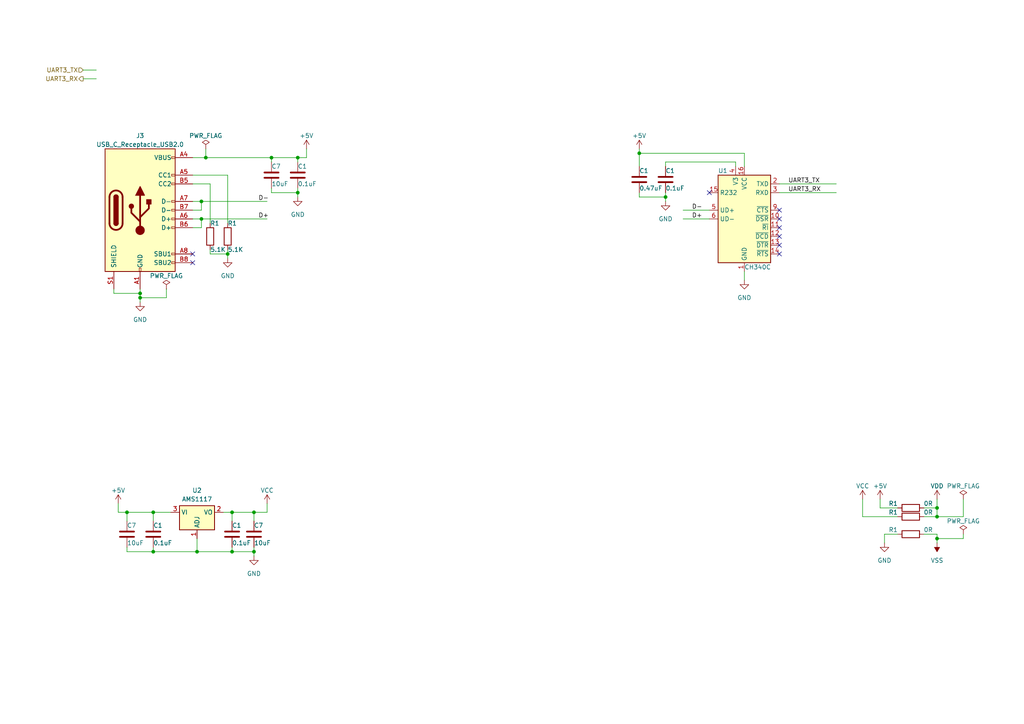
<source format=kicad_sch>
(kicad_sch (version 20230121) (generator eeschema)
  (paper "A4")
  (lib_symbols
    (symbol "Connector:USB_C_Receptacle_USB2.0" (pin_names (offset 1.016))
      (property "Reference" "J" (at -10.16 19.05 0))
      (property "Value" "USB_C_Receptacle_USB2.0" (at 19.05 19.05 0))
      (symbol "USB_C_Receptacle_USB2.0_0_0"
        (rectangle (start -0.254 -17.78) (end 0.254 -16.764))
        (rectangle (start 10.16 -14.986) (end 9.144 -15.494))
        (rectangle (start 10.16 -12.446) (end 9.144 -12.954))
        (rectangle (start 10.16 -4.826) (end 9.144 -5.334))
        (rectangle (start 10.16 -2.286) (end 9.144 -2.794))
        (rectangle (start 10.16 0.254) (end 9.144 -0.254))
        (rectangle (start 10.16 2.794) (end 9.144 2.286))
        (rectangle (start 10.16 7.874) (end 9.144 7.366))
        (rectangle (start 10.16 10.414) (end 9.144 9.906))
        (rectangle (start 10.16 15.494) (end 9.144 14.986))
      )
      (symbol "USB_C_Receptacle_USB2.0_0_1"
        (rectangle (start -10.16 17.78) (end 10.16 -17.78) (stroke (width 0.254)) (fill (type background)))
        (arc (start -8.89 -3.81) (mid -6.985 -5.7067) (end -5.08 -3.81) (stroke (width 0.508)))
        (arc (start -7.62 -3.81) (mid -6.985 -4.4423) (end -6.35 -3.81) (stroke (width 0.254)))
        (arc (start -7.62 -3.81) (mid -6.985 -4.4423) (end -6.35 -3.81) (stroke (width 0.254)) (fill (type outline)))
        (rectangle (start -7.62 -3.81) (end -6.35 3.81) (stroke (width 0.254)) (fill (type outline)))
        (arc (start -6.35 3.81) (mid -6.985 4.4423) (end -7.62 3.81) (stroke (width 0.254)))
        (arc (start -6.35 3.81) (mid -6.985 4.4423) (end -7.62 3.81) (stroke (width 0.254)) (fill (type outline)))
        (arc (start -5.08 3.81) (mid -6.985 5.7067) (end -8.89 3.81) (stroke (width 0.508)))
        (circle (center -2.54 1.143) (radius 0.635) (stroke (width 0.254)) (fill (type outline)))
        (circle (center 0 -5.842) (radius 1.27) (fill (type outline)))
        (polyline (pts (xy -8.89 -3.81) (xy -8.89 3.81)) (stroke (width 0.508)))
        (polyline (pts (xy -5.08 3.81) (xy -5.08 -3.81)) (stroke (width 0.508)))
        (polyline (pts (xy 0 -5.842) (xy 0 4.318)) (stroke (width 0.508)))
        (polyline (pts (xy 0 -3.302) (xy -2.54 -0.762) (xy -2.54 0.508)) (stroke (width 0.508)))
        (polyline (pts (xy 0 -2.032) (xy 2.54 0.508) (xy 2.54 1.778)) (stroke (width 0.508)))
        (polyline (pts (xy -1.27 4.318) (xy 0 6.858) (xy 1.27 4.318) (xy -1.27 4.318)) (stroke (width 0.254)) (fill (type outline)))
        (rectangle (start 1.905 1.778) (end 3.175 3.048) (stroke (width 0.254)) (fill (type outline)))
      )
      (symbol "USB_C_Receptacle_USB2.0_1_1"
        (pin passive line (at 0 -22.86 90) (length 5.08) (name "GND") (number "A1"))
        (pin passive line (at 0 -22.86 90) (length 5.08) hide (name "GND") (number "A12"))
        (pin passive line (at 15.24 15.24 180) (length 5.08) (name "VBUS") (number "A4"))
        (pin bidirectional line (at 15.24 10.16 180) (length 5.08) (name "CC1") (number "A5"))
        (pin bidirectional line (at 15.24 -2.54 180) (length 5.08) (name "D+") (number "A6"))
        (pin bidirectional line (at 15.24 2.54 180) (length 5.08) (name "D-") (number "A7"))
        (pin bidirectional line (at 15.24 -12.7 180) (length 5.08) (name "SBU1") (number "A8"))
        (pin passive line (at 15.24 15.24 180) (length 5.08) hide (name "VBUS") (number "A9"))
        (pin passive line (at 0 -22.86 90) (length 5.08) hide (name "GND") (number "B1"))
        (pin passive line (at 0 -22.86 90) (length 5.08) hide (name "GND") (number "B12"))
        (pin passive line (at 15.24 15.24 180) (length 5.08) hide (name "VBUS") (number "B4"))
        (pin bidirectional line (at 15.24 7.62 180) (length 5.08) (name "CC2") (number "B5"))
        (pin bidirectional line (at 15.24 -5.08 180) (length 5.08) (name "D+") (number "B6"))
        (pin bidirectional line (at 15.24 0 180) (length 5.08) (name "D-") (number "B7"))
        (pin bidirectional line (at 15.24 -15.24 180) (length 5.08) (name "SBU2") (number "B8"))
        (pin passive line (at 15.24 15.24 180) (length 5.08) hide (name "VBUS") (number "B9"))
        (pin passive line (at -7.62 -22.86 90) (length 5.08) (name "SHIELD") (number "S1"))
      )
    )
    (symbol "Device:C" (pin_numbers hide) (pin_names (offset 0.254))
      (property "Reference" "C" (at 0.635 2.54 0))
      (property "Value" "C" (at 0.635 -2.54 0))
      (symbol "C_0_1"
        (polyline (pts (xy -2.032 -0.762) (xy 2.032 -0.762)) (stroke (width 0.508)))
        (polyline (pts (xy -2.032 0.762) (xy 2.032 0.762)) (stroke (width 0.508)))
      )
      (symbol "C_1_1"
        (pin passive line (at 0 3.81 270) (length 2.794) (name "~") (number "1"))
        (pin passive line (at 0 -3.81 90) (length 2.794) (name "~") (number "2"))
      )
    )
    (symbol "Device:R" (pin_numbers hide) (pin_names (offset 0))
      (property "Reference" "R" (at 2.032 0 90))
      (property "Value" "R" (at 0 0 90))
      (symbol "R_0_1"
        (rectangle (start -1.016 -2.54) (end 1.016 2.54) (stroke (width 0.254)))
      )
      (symbol "R_1_1"
        (pin passive line (at 0 3.81 270) (length 1.27) (name "~") (number "1"))
        (pin passive line (at 0 -3.81 90) (length 1.27) (name "~") (number "2"))
      )
    )
    (symbol "Interface_USB:CH340C"
      (property "Reference" "U" (at -5.08 13.97 0))
      (property "Value" "CH340C" (at 1.27 13.97 0))
      (symbol "CH340C_0_1"
        (rectangle (start -7.62 12.7) (end 7.62 -12.7) (stroke (width 0.254)) (fill (type background)))
      )
      (symbol "CH340C_1_1"
        (pin power_in line (at 0 -15.24 90) (length 2.54) (name "GND") (number "1"))
        (pin input line (at 10.16 0 180) (length 2.54) (name "~{DSR}") (number "10"))
        (pin input line (at 10.16 -2.54 180) (length 2.54) (name "~{RI}") (number "11"))
        (pin input line (at 10.16 -5.08 180) (length 2.54) (name "~{DCD}") (number "12"))
        (pin output line (at 10.16 -7.62 180) (length 2.54) (name "~{DTR}") (number "13"))
        (pin output line (at 10.16 -10.16 180) (length 2.54) (name "~{RTS}") (number "14"))
        (pin input line (at -10.16 7.62 0) (length 2.54) (name "R232") (number "15"))
        (pin power_in line (at 0 15.24 270) (length 2.54) (name "VCC") (number "16"))
        (pin output line (at 10.16 10.16 180) (length 2.54) (name "TXD") (number "2"))
        (pin input line (at 10.16 7.62 180) (length 2.54) (name "RXD") (number "3"))
        (pin passive line (at -2.54 15.24 270) (length 2.54) (name "V3") (number "4"))
        (pin bidirectional line (at -10.16 2.54 0) (length 2.54) (name "UD+") (number "5"))
        (pin bidirectional line (at -10.16 0 0) (length 2.54) (name "UD-") (number "6"))
        (pin no_connect line (at -7.62 -7.62 0) (length 2.54) hide (name "NC") (number "7"))
        (pin no_connect line (at -7.62 -10.16 0) (length 2.54) hide (name "NC") (number "8"))
        (pin input line (at 10.16 2.54 180) (length 2.54) (name "~{CTS}") (number "9"))
      )
    )
    (symbol "PCM_4ms_Power-symbol:GND" (power) (pin_names (offset 0))
      (property "Value" "GND" (at 0 -3.81 0))
      (symbol "GND_0_1"
        (polyline (pts (xy 0 0) (xy 0 -1.27) (xy 1.27 -1.27) (xy 0 -2.54) (xy -1.27 -1.27) (xy 0 -1.27)))
      )
      (symbol "GND_1_1"
        (pin power_in line (at 0 0 270) (length 0) hide (name "GND") (number "1"))
      )
    )
    (symbol "Regulator_Linear:AMS1117"
      (property "Reference" "U" (at -3.81 3.175 0))
      (property "Value" "AMS1117" (at 0 3.175 0))
      (symbol "AMS1117_0_1"
        (rectangle (start -5.08 -5.08) (end 5.08 1.905) (stroke (width 0.254)) (fill (type background)))
      )
      (symbol "AMS1117_1_1"
        (pin input line (at 0 -7.62 90) (length 2.54) (name "ADJ") (number "1"))
        (pin power_out line (at 7.62 0 180) (length 2.54) (name "VO") (number "2"))
        (pin power_in line (at -7.62 0 0) (length 2.54) (name "VI") (number "3"))
      )
    )
    (symbol "power:+5V" (power) (pin_names (offset 0))
      (property "Value" "+5V" (at 0 3.556 0))
      (symbol "+5V_0_1"
        (polyline (pts (xy -0.762 1.27) (xy 0 2.54)))
        (polyline (pts (xy 0 0) (xy 0 2.54)))
        (polyline (pts (xy 0 2.54) (xy 0.762 1.27)))
      )
      (symbol "+5V_1_1"
        (pin power_in line (at 0 0 90) (length 0) hide (name "+5V") (number "1"))
      )
    )
    (symbol "power:PWR_FLAG" (power) (pin_numbers hide) (pin_names (offset 0) hide)
      (property "Value" "PWR_FLAG" (at 0 3.81 0))
      (symbol "PWR_FLAG_0_0"
        (pin power_out line (at 0 0 90) (length 0) (name "pwr") (number "1"))
      )
      (symbol "PWR_FLAG_0_1"
        (polyline (pts (xy 0 0) (xy 0 1.27) (xy -1.016 1.905) (xy 0 2.54) (xy 1.016 1.905) (xy 0 1.27)))
      )
    )
    (symbol "power:VCC" (power) (pin_names (offset 0))
      (property "Value" "VCC" (at 0 3.81 0))
      (symbol "VCC_0_1"
        (polyline (pts (xy -0.762 1.27) (xy 0 2.54)))
        (polyline (pts (xy 0 0) (xy 0 2.54)))
        (polyline (pts (xy 0 2.54) (xy 0.762 1.27)))
      )
      (symbol "VCC_1_1"
        (pin power_in line (at 0 0 90) (length 0) hide (name "VCC") (number "1"))
      )
    )
    (symbol "power:VDD" (power) (pin_names (offset 0))
      (property "Value" "VDD" (at 0 3.81 0))
      (symbol "VDD_0_1"
        (polyline (pts (xy -0.762 1.27) (xy 0 2.54)))
        (polyline (pts (xy 0 0) (xy 0 2.54)))
        (polyline (pts (xy 0 2.54) (xy 0.762 1.27)))
      )
      (symbol "VDD_1_1"
        (pin power_in line (at 0 0 90) (length 0) hide (name "VDD") (number "1"))
      )
    )
    (symbol "power:VSS" (power) (pin_names (offset 0))
      (property "Value" "VSS" (at 0 3.81 0))
      (symbol "VSS_0_1"
        (polyline (pts (xy 0 0) (xy 0 2.54)))
        (polyline (pts (xy 0.762 1.27) (xy -0.762 1.27) (xy 0 2.54) (xy 0.762 1.27)) (fill (type outline)))
      )
      (symbol "VSS_1_1"
        (pin power_in line (at 0 0 90) (length 0) hide (name "VSS") (number "1"))
      )
    )
  )
  (junction (at 67.31 148.59))
  (junction (at 271.78 147.32))
  (junction (at 40.64 85.09))
  (junction (at 44.45 160.02))
  (junction (at 73.66 148.59))
  (junction (at 193.04 57.15))
  (junction (at 78.74 45.72))
  (junction (at 185.42 44.45))
  (junction (at 271.78 156.21))
  (junction (at 57.15 160.02))
  (junction (at 66.04 73.66))
  (junction (at 40.64 86.36))
  (junction (at 86.36 45.72))
  (junction (at 86.36 55.88))
  (junction (at 58.42 63.5))
  (junction (at 58.42 58.42))
  (junction (at 73.66 160.02))
  (junction (at 271.78 149.86))
  (junction (at 44.45 148.59))
  (junction (at 59.69 45.72))
  (junction (at 36.83 148.59))
  (junction (at 67.31 160.02))
  (no_connect (at 226.06 68.58))
  (no_connect (at 226.06 66.04))
  (no_connect (at 226.06 71.12))
  (no_connect (at 55.88 76.2))
  (no_connect (at 55.88 73.66))
  (no_connect (at 226.06 73.66))
  (no_connect (at 205.74 55.88))
  (no_connect (at 226.06 60.96))
  (no_connect (at 226.06 63.5))
  (wire (pts (xy 73.66 158.75) (xy 73.66 160.02)))
  (wire (pts (xy 185.42 43.18) (xy 185.42 44.45)))
  (wire (pts (xy 271.78 144.78) (xy 271.78 147.32)))
  (wire (pts (xy 40.64 85.09) (xy 40.64 86.36)))
  (wire (pts (xy 66.04 73.66) (xy 66.04 74.93)))
  (wire (pts (xy 73.66 160.02) (xy 73.66 161.29)))
  (wire (pts (xy 185.42 44.45) (xy 185.42 48.26)))
  (wire (pts (xy 67.31 148.59) (xy 67.31 151.13)))
  (wire (pts (xy 73.66 151.13) (xy 73.66 148.59)))
  (wire (pts (xy 36.83 151.13) (xy 36.83 148.59)))
  (wire (pts (xy 271.78 154.94) (xy 271.78 156.21)))
  (wire (pts (xy 49.53 148.59) (xy 44.45 148.59)))
  (wire (pts (xy 78.74 55.88) (xy 86.36 55.88)))
  (wire (pts (xy 271.78 147.32) (xy 267.97 147.32)))
  (wire (pts (xy 271.78 156.21) (xy 271.78 157.48)))
  (wire (pts (xy 24.13 20.32) (xy 27.94 20.32)))
  (wire (pts (xy 48.26 86.36) (xy 40.64 86.36)))
  (wire (pts (xy 55.88 58.42) (xy 58.42 58.42)))
  (wire (pts (xy 185.42 44.45) (xy 215.9 44.45)))
  (wire (pts (xy 185.42 55.88) (xy 185.42 57.15)))
  (wire (pts (xy 77.47 148.59) (xy 73.66 148.59)))
  (wire (pts (xy 58.42 60.96) (xy 55.88 60.96)))
  (wire (pts (xy 36.83 160.02) (xy 44.45 160.02)))
  (wire (pts (xy 86.36 45.72) (xy 78.74 45.72)))
  (wire (pts (xy 58.42 66.04) (xy 55.88 66.04)))
  (wire (pts (xy 55.88 53.34) (xy 60.96 53.34)))
  (wire (pts (xy 267.97 149.86) (xy 271.78 149.86)))
  (wire (pts (xy 33.02 85.09) (xy 40.64 85.09)))
  (wire (pts (xy 279.4 156.21) (xy 271.78 156.21)))
  (wire (pts (xy 215.9 44.45) (xy 215.9 48.26)))
  (wire (pts (xy 250.19 144.78) (xy 250.19 149.86)))
  (wire (pts (xy 57.15 156.21) (xy 57.15 160.02)))
  (wire (pts (xy 213.36 48.26) (xy 213.36 46.99)))
  (wire (pts (xy 78.74 46.99) (xy 78.74 45.72)))
  (wire (pts (xy 78.74 54.61) (xy 78.74 55.88)))
  (wire (pts (xy 77.47 146.05) (xy 77.47 148.59)))
  (wire (pts (xy 271.78 149.86) (xy 271.78 147.32)))
  (wire (pts (xy 226.06 53.34) (xy 242.57 53.34)))
  (wire (pts (xy 67.31 158.75) (xy 67.31 160.02)))
  (wire (pts (xy 59.69 43.18) (xy 59.69 45.72)))
  (wire (pts (xy 193.04 55.88) (xy 193.04 57.15)))
  (wire (pts (xy 44.45 158.75) (xy 44.45 160.02)))
  (wire (pts (xy 88.9 43.18) (xy 88.9 45.72)))
  (wire (pts (xy 66.04 72.39) (xy 66.04 73.66)))
  (wire (pts (xy 86.36 46.99) (xy 86.36 45.72)))
  (wire (pts (xy 193.04 46.99) (xy 193.04 48.26)))
  (wire (pts (xy 193.04 57.15) (xy 193.04 58.42)))
  (wire (pts (xy 40.64 83.82) (xy 40.64 85.09)))
  (wire (pts (xy 58.42 63.5) (xy 58.42 66.04)))
  (wire (pts (xy 58.42 58.42) (xy 77.47 58.42)))
  (wire (pts (xy 64.77 148.59) (xy 67.31 148.59)))
  (wire (pts (xy 73.66 148.59) (xy 67.31 148.59)))
  (wire (pts (xy 40.64 86.36) (xy 40.64 87.63)))
  (wire (pts (xy 33.02 83.82) (xy 33.02 85.09)))
  (wire (pts (xy 44.45 148.59) (xy 44.45 151.13)))
  (wire (pts (xy 34.29 148.59) (xy 36.83 148.59)))
  (wire (pts (xy 55.88 63.5) (xy 58.42 63.5)))
  (wire (pts (xy 36.83 158.75) (xy 36.83 160.02)))
  (wire (pts (xy 78.74 45.72) (xy 59.69 45.72)))
  (wire (pts (xy 255.27 147.32) (xy 260.35 147.32)))
  (wire (pts (xy 58.42 58.42) (xy 58.42 60.96)))
  (wire (pts (xy 267.97 154.94) (xy 271.78 154.94)))
  (wire (pts (xy 279.4 149.86) (xy 271.78 149.86)))
  (wire (pts (xy 256.54 154.94) (xy 256.54 157.48)))
  (wire (pts (xy 57.15 160.02) (xy 67.31 160.02)))
  (wire (pts (xy 60.96 72.39) (xy 60.96 73.66)))
  (wire (pts (xy 48.26 83.82) (xy 48.26 86.36)))
  (wire (pts (xy 66.04 50.8) (xy 66.04 64.77)))
  (wire (pts (xy 255.27 144.78) (xy 255.27 147.32)))
  (wire (pts (xy 34.29 146.05) (xy 34.29 148.59)))
  (wire (pts (xy 58.42 63.5) (xy 77.47 63.5)))
  (wire (pts (xy 60.96 73.66) (xy 66.04 73.66)))
  (wire (pts (xy 59.69 45.72) (xy 55.88 45.72)))
  (wire (pts (xy 86.36 54.61) (xy 86.36 55.88)))
  (wire (pts (xy 24.13 22.86) (xy 27.94 22.86)))
  (wire (pts (xy 226.06 55.88) (xy 242.57 55.88)))
  (wire (pts (xy 213.36 46.99) (xy 193.04 46.99)))
  (wire (pts (xy 215.9 78.74) (xy 215.9 81.28)))
  (wire (pts (xy 86.36 55.88) (xy 86.36 57.15)))
  (wire (pts (xy 88.9 45.72) (xy 86.36 45.72)))
  (wire (pts (xy 55.88 50.8) (xy 66.04 50.8)))
  (wire (pts (xy 36.83 148.59) (xy 44.45 148.59)))
  (wire (pts (xy 44.45 160.02) (xy 57.15 160.02)))
  (wire (pts (xy 279.4 144.78) (xy 279.4 149.86)))
  (wire (pts (xy 250.19 149.86) (xy 260.35 149.86)))
  (wire (pts (xy 67.31 160.02) (xy 73.66 160.02)))
  (wire (pts (xy 260.35 154.94) (xy 256.54 154.94)))
  (wire (pts (xy 60.96 53.34) (xy 60.96 64.77)))
  (wire (pts (xy 198.12 63.5) (xy 205.74 63.5)))
  (wire (pts (xy 279.4 154.94) (xy 279.4 156.21)))
  (wire (pts (xy 198.12 60.96) (xy 205.74 60.96)))
  (wire (pts (xy 185.42 57.15) (xy 193.04 57.15)))
  (label "D-" (at 200.66 60.96 0))
  (label "UART3_TX" (at 228.6 53.34 0))
  (label "UART3_RX" (at 228.6 55.88 0))
  (label "D+" (at 74.93 63.5 0))
  (label "D+" (at 200.66 63.5 0))
  (label "D-" (at 74.93 58.42 0))
  (hierarchical_label "UART3_RX" (shape output) (at 24.13 22.86 180))
  (hierarchical_label "UART3_TX" (shape input) (at 24.13 20.32 180))
  (symbol (lib_id "Device:R") (at 264.16 149.86 90) (unit 1)
    (property "Reference" "R1" (at 259.08 148.59 90))
    (property "Value" "0R" (at 269.24 148.59 90))
    (property "Footprint" "Resistor_SMD:R_0805_2012Metric_Pad1.20x1.40mm_HandSolder" (effects hide))
    (instances (project "MM32F0140_CAN_Core" (path "" (reference "R1") (unit 1)) (path "" (reference "R7") (unit 1))))
  )
  (symbol (lib_id "PCM_4ms_Power-symbol:GND") (at 86.36 57.15 0) (unit 1)
    (property "Reference" "#PWR017" (effects hide))
    (property "Value" "GND" (at 86.36 62.23 0))
  )
  (symbol (lib_id "power:+5V") (at 185.42 43.18 0) (unit 1)
    (property "Reference" "#PWR02" (effects hide))
    (property "Value" "+5V" (at 185.42 39.37 0))
    (instances (project "MM32F0140_CAN_Core" (path "" (reference "#PWR02") (unit 1)) (path "" (reference "#PWR016") (unit 1))))
  )
  (symbol (lib_id "Device:C") (at 67.31 154.94 0) (unit 1) (in_bom no)
    (property "Reference" "C1" (at 67.31 152.4 0) (effects (justify left)))
    (property "Value" "0.1uF" (at 67.31 157.48 0) (effects (justify left)))
    (property "Footprint" "Capacitor_SMD:C_0402_1005Metric_Pad0.74x0.62mm_HandSolder" (effects hide))
    (instances (project "MM32F0140_CAN_Core" (path "" (reference "C1") (unit 1)) (path "" (reference "C14") (unit 1))))
  )
  (symbol (lib_id "power:VDD") (at 271.78 144.78 0) (unit 1)
    (property "Reference" "#PWR02" (effects hide))
    (property "Value" "VDD" (at 271.78 140.97 0))
    (instances (project "MM32F0140_CAN_Core" (path "" (reference "#PWR02") (unit 1)) (path "" (reference "#PWR024") (unit 1))))
  )
  (symbol (lib_id "power:+5V") (at 255.27 144.78 0) (unit 1)
    (property "Reference" "#PWR02" (effects hide))
    (property "Value" "+5V" (at 255.27 140.97 0))
    (instances (project "MM32F0140_CAN_Core" (path "" (reference "#PWR02") (unit 1)) (path "" (reference "#PWR023") (unit 1))))
  )
  (symbol (lib_id "Device:R") (at 264.16 147.32 90) (unit 1)
    (property "Reference" "R1" (at 259.08 146.05 90))
    (property "Value" "0R" (at 269.24 146.05 90))
    (property "Footprint" "Resistor_SMD:R_0805_2012Metric_Pad1.20x1.40mm_HandSolder" (effects hide))
    (instances (project "MM32F0140_CAN_Core" (path "" (reference "R1") (unit 1)) (path "" (reference "R6") (unit 1))))
  )
  (symbol (lib_id "Device:C") (at 185.42 52.07 0) (unit 1)
    (property "Reference" "C1" (at 185.42 49.53 0) (effects (justify left)))
    (property "Value" "0.47uF" (at 185.42 54.61 0) (effects (justify left)))
    (property "Footprint" "Capacitor_SMD:C_0402_1005Metric_Pad0.74x0.62mm_HandSolder" (effects hide))
    (instances (project "MM32F0140_CAN_Core" (path "" (reference "C1") (unit 1)) (path "" (reference "C10") (unit 1))))
  )
  (symbol (lib_id "Device:C") (at 73.66 154.94 0) (unit 1) (in_bom no)
    (property "Reference" "C7" (at 73.66 152.4 0) (effects (justify left)))
    (property "Value" "10uF" (at 73.66 157.48 0) (effects (justify left)))
    (property "Footprint" "Capacitor_SMD:C_0603_1608Metric_Pad1.08x0.95mm_HandSolder" (effects hide))
    (instances (project "MM32F0140_CAN_Core" (path "" (reference "C7") (unit 1)) (path "" (reference "C15") (unit 1))))
  )
  (symbol (lib_id "Device:C") (at 44.45 154.94 0) (unit 1) (in_bom no)
    (property "Reference" "C1" (at 44.45 152.4 0) (effects (justify left)))
    (property "Value" "0.1uF" (at 44.45 157.48 0) (effects (justify left)))
    (property "Footprint" "Capacitor_SMD:C_0402_1005Metric_Pad0.74x0.62mm_HandSolder" (effects hide))
    (instances (project "MM32F0140_CAN_Core" (path "" (reference "C1") (unit 1)) (path "" (reference "C13") (unit 1))))
  )
  (symbol (lib_id "power:PWR_FLAG") (at 279.4 144.78 0) (unit 1)
    (property "Reference" "#FLG03" (effects hide))
    (property "Value" "PWR_FLAG" (at 279.4 140.97 0))
  )
  (symbol (lib_id "power:PWR_FLAG") (at 59.69 43.18 0) (unit 1)
    (property "Reference" "#FLG01" (effects hide))
    (property "Value" "PWR_FLAG" (at 59.69 39.37 0))
  )
  (symbol (lib_id "PCM_4ms_Power-symbol:GND") (at 66.04 74.93 0) (unit 1)
    (property "Reference" "#PWR019" (effects hide))
    (property "Value" "GND" (at 66.04 80.01 0))
  )
  (symbol (lib_id "power:VSS") (at 271.78 157.48 180) (unit 1)
    (property "Reference" "#PWR04" (effects hide))
    (property "Value" "VSS" (at 271.78 162.56 0))
    (instances (project "MM32F0140_CAN_Core" (path "" (reference "#PWR04") (unit 1)) (path "" (reference "#PWR028") (unit 1))))
  )
  (symbol (lib_id "Device:C") (at 78.74 50.8 0) (unit 1)
    (property "Reference" "C7" (at 78.74 48.26 0) (effects (justify left)))
    (property "Value" "10uF" (at 78.74 53.34 0) (effects (justify left)))
    (property "Footprint" "Capacitor_SMD:C_0603_1608Metric_Pad1.08x0.95mm_HandSolder" (effects hide))
    (instances (project "MM32F0140_CAN_Core" (path "" (reference "C7") (unit 1)) (path "" (reference "C8") (unit 1))))
  )
  (symbol (lib_id "Device:R") (at 66.04 68.58 0) (unit 1)
    (property "Reference" "R1" (at 66.04 64.77 0) (effects (justify left)))
    (property "Value" "5.1K" (at 66.04 72.39 0) (effects (justify left)))
    (property "Footprint" "Resistor_SMD:R_0402_1005Metric_Pad0.72x0.64mm_HandSolder" (effects hide))
    (instances (project "MM32F0140_CAN_Core" (path "" (reference "R1") (unit 1)) (path "" (reference "R5") (unit 1))))
  )
  (symbol (lib_id "power:PWR_FLAG") (at 48.26 83.82 0) (unit 1)
    (property "Reference" "#FLG02" (effects hide))
    (property "Value" "PWR_FLAG" (at 48.26 80.01 0))
  )
  (symbol (lib_id "PCM_4ms_Power-symbol:GND") (at 193.04 58.42 0) (unit 1)
    (property "Reference" "#PWR018" (effects hide))
    (property "Value" "GND" (at 193.04 63.5 0))
  )
  (symbol (lib_id "PCM_4ms_Power-symbol:GND") (at 256.54 157.48 0) (unit 1)
    (property "Reference" "#PWR027" (effects hide))
    (property "Value" "GND" (at 256.54 162.56 0))
  )
  (symbol (lib_id "Device:C") (at 36.83 154.94 0) (unit 1) (in_bom no)
    (property "Reference" "C7" (at 36.83 152.4 0) (effects (justify left)))
    (property "Value" "10uF" (at 36.83 157.48 0) (effects (justify left)))
    (property "Footprint" "Capacitor_SMD:C_0603_1608Metric_Pad1.08x0.95mm_HandSolder" (effects hide))
    (instances (project "MM32F0140_CAN_Core" (path "" (reference "C7") (unit 1)) (path "" (reference "C12") (unit 1))))
  )
  (symbol (lib_id "Device:C") (at 86.36 50.8 0) (unit 1)
    (property "Reference" "C1" (at 86.36 48.26 0) (effects (justify left)))
    (property "Value" "0.1uF" (at 86.36 53.34 0) (effects (justify left)))
    (property "Footprint" "Capacitor_SMD:C_0402_1005Metric_Pad0.74x0.62mm_HandSolder" (effects hide))
    (instances (project "MM32F0140_CAN_Core" (path "" (reference "C1") (unit 1)) (path "" (reference "C9") (unit 1))))
  )
  (symbol (lib_id "PCM_4ms_Power-symbol:GND") (at 40.64 87.63 0) (unit 1)
    (property "Reference" "#PWR021" (effects hide))
    (property "Value" "GND" (at 40.64 92.71 0))
  )
  (symbol (lib_id "Regulator_Linear:AMS1117") (at 57.15 148.59 0) (unit 1) (in_bom no)
    (property "Reference" "U2" (at 57.15 142.24 0))
    (property "Value" "AMS1117" (at 57.15 144.78 0))
    (property "Footprint" "Package_TO_SOT_SMD:SOT-223-3_TabPin2" (effects hide))
    (property "Datasheet" "http://www.advanced-monolithic.com/pdf/ds1117.pdf" (effects hide))
  )
  (symbol (lib_id "PCM_4ms_Power-symbol:GND") (at 215.9 81.28 0) (unit 1)
    (property "Reference" "#PWR020" (effects hide))
    (property "Value" "GND" (at 215.9 86.36 0))
  )
  (symbol (lib_id "Connector:USB_C_Receptacle_USB2.0") (at 40.64 60.96 0) (unit 1)
    (property "Reference" "J3" (at 40.64 39.37 0))
    (property "Value" "USB_C_Receptacle_USB2.0" (at 40.64 41.91 0))
    (property "Datasheet" "https://www.usb.org/sites/default/files/documents/usb_type-c.zip" (effects hide))
  )
  (symbol (lib_id "Device:C") (at 193.04 52.07 0) (unit 1)
    (property "Reference" "C1" (at 193.04 49.53 0) (effects (justify left)))
    (property "Value" "0.1uF" (at 193.04 54.61 0) (effects (justify left)))
    (property "Footprint" "Capacitor_SMD:C_0402_1005Metric_Pad0.74x0.62mm_HandSolder" (effects hide))
    (instances (project "MM32F0140_CAN_Core" (path "" (reference "C1") (unit 1)) (path "" (reference "C11") (unit 1))))
  )
  (symbol (lib_id "power:PWR_FLAG") (at 279.4 154.94 0) (unit 1)
    (property "Reference" "#FLG04" (effects hide))
    (property "Value" "PWR_FLAG" (at 279.4 151.13 0))
  )
  (symbol (lib_id "power:+5V") (at 34.29 146.05 0) (unit 1)
    (property "Reference" "#PWR02" (effects hide))
    (property "Value" "+5V" (at 34.29 142.24 0))
    (instances (project "MM32F0140_CAN_Core" (path "" (reference "#PWR02") (unit 1)) (path "" (reference "#PWR025") (unit 1))))
  )
  (symbol (lib_id "power:VCC") (at 77.47 146.05 0) (unit 1)
    (property "Reference" "#PWR026" (effects hide))
    (property "Value" "VCC" (at 77.47 142.24 0))
  )
  (symbol (lib_id "Device:R") (at 60.96 68.58 0) (unit 1)
    (property "Reference" "R1" (at 60.96 64.77 0) (effects (justify left)))
    (property "Value" "5.1K" (at 60.96 72.39 0) (effects (justify left)))
    (property "Footprint" "Resistor_SMD:R_0402_1005Metric_Pad0.72x0.64mm_HandSolder" (effects hide))
    (instances (project "MM32F0140_CAN_Core" (path "" (reference "R1") (unit 1)) (path "" (reference "R4") (unit 1))))
  )
  (symbol (lib_id "Device:R") (at 264.16 154.94 90) (unit 1)
    (property "Reference" "R1" (at 259.08 153.67 90))
    (property "Value" "0R" (at 269.24 153.67 90))
    (property "Footprint" "Resistor_SMD:R_0805_2012Metric_Pad1.20x1.40mm_HandSolder" (effects hide))
    (instances (project "MM32F0140_CAN_Core" (path "" (reference "R1") (unit 1)) (path "" (reference "R8") (unit 1))))
  )
  (symbol (lib_id "Interface_USB:CH340C") (at 215.9 63.5 0) (unit 1)
    (property "Reference" "U1" (at 208.28 49.53 0) (effects (justify left)))
    (property "Value" "CH340C" (at 215.9 77.47 0) (effects (justify left)))
    (property "Footprint" "Package_SO:SOIC-16_3.9x9.9mm_P1.27mm" (effects hide))
    (property "Datasheet" "https://datasheet.lcsc.com/szlcsc/Jiangsu-Qin-Heng-CH340C_C84681.pdf" (effects hide))
  )
  (symbol (lib_id "PCM_4ms_Power-symbol:GND") (at 73.66 161.29 0) (unit 1)
    (property "Reference" "#PWR029" (effects hide))
    (property "Value" "GND" (at 73.66 166.37 0))
  )
  (symbol (lib_id "power:VCC") (at 250.19 144.78 0) (unit 1)
    (property "Reference" "#PWR022" (effects hide))
    (property "Value" "VCC" (at 250.19 140.97 0))
  )
  (symbol (lib_id "power:+5V") (at 88.9 43.18 0) (unit 1)
    (property "Reference" "#PWR02" (effects hide))
    (property "Value" "+5V" (at 88.9 39.37 0))
    (instances (project "MM32F0140_CAN_Core" (path "" (reference "#PWR02") (unit 1)) (path "" (reference "#PWR015") (unit 1))))
  )
)
</source>
